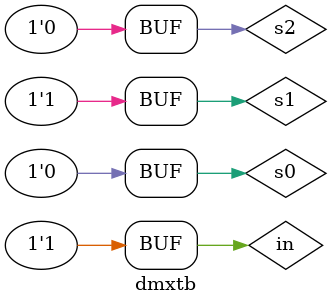
<source format=v>
`timescale 1ns / 1ps
module dmxtb;

// Inputs
reg in;
reg s0;
reg s1;
reg s2;

// Outputs
wire d0;
wire d1;
wire d2;
wire d3;
wire d4;
wire d5;
wire d6;
wire d7;

// Instantiate the Unit Under Test (UUT)
Demultiplexer uut (
.in(in),
.s0(s0),
.s1(s1),
.s2(s2),
.d0(d0),
.d1(d1),
.d2(d2),
.d3(d3),
.d4(d4),
.d5(d5),
.d6(d6),
.d7(d7)
);
initial begin
// Initialize Inputs
in = 0;
s0 = 0;
s1 = 0;
s2 = 0;
// Wait 100 ns for global reset to finish
#100;
in = 1;
s0 = 0;
s1 = 1;
s2 = 0;
// Wait 100 ns for global reset to finish
#100;
// Add stimulus here
end
endmodule


</source>
